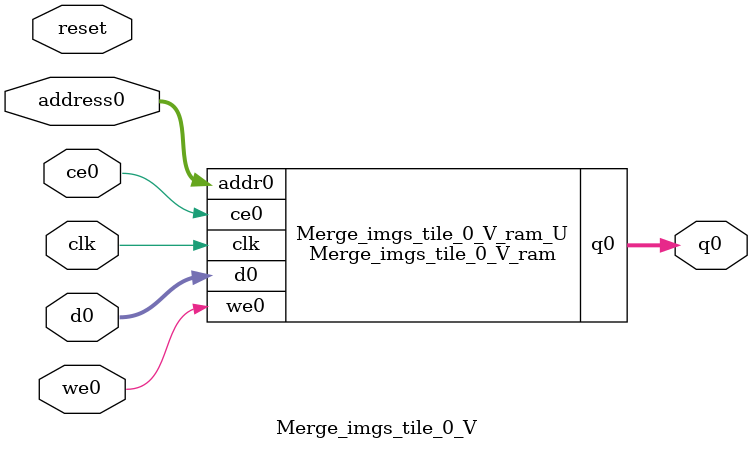
<source format=v>
`timescale 1 ns / 1 ps
module Merge_imgs_tile_0_V_ram (addr0, ce0, d0, we0, q0,  clk);

parameter DWIDTH = 16;
parameter AWIDTH = 8;
parameter MEM_SIZE = 256;

input[AWIDTH-1:0] addr0;
input ce0;
input[DWIDTH-1:0] d0;
input we0;
output reg[DWIDTH-1:0] q0;
input clk;

(* ram_style = "block" *)reg [DWIDTH-1:0] ram[0:MEM_SIZE-1];




always @(posedge clk)  
begin 
    if (ce0) 
    begin
        if (we0) 
        begin 
            ram[addr0] <= d0; 
        end 
        q0 <= ram[addr0];
    end
end


endmodule

`timescale 1 ns / 1 ps
module Merge_imgs_tile_0_V(
    reset,
    clk,
    address0,
    ce0,
    we0,
    d0,
    q0);

parameter DataWidth = 32'd16;
parameter AddressRange = 32'd256;
parameter AddressWidth = 32'd8;
input reset;
input clk;
input[AddressWidth - 1:0] address0;
input ce0;
input we0;
input[DataWidth - 1:0] d0;
output[DataWidth - 1:0] q0;



Merge_imgs_tile_0_V_ram Merge_imgs_tile_0_V_ram_U(
    .clk( clk ),
    .addr0( address0 ),
    .ce0( ce0 ),
    .we0( we0 ),
    .d0( d0 ),
    .q0( q0 ));

endmodule


</source>
